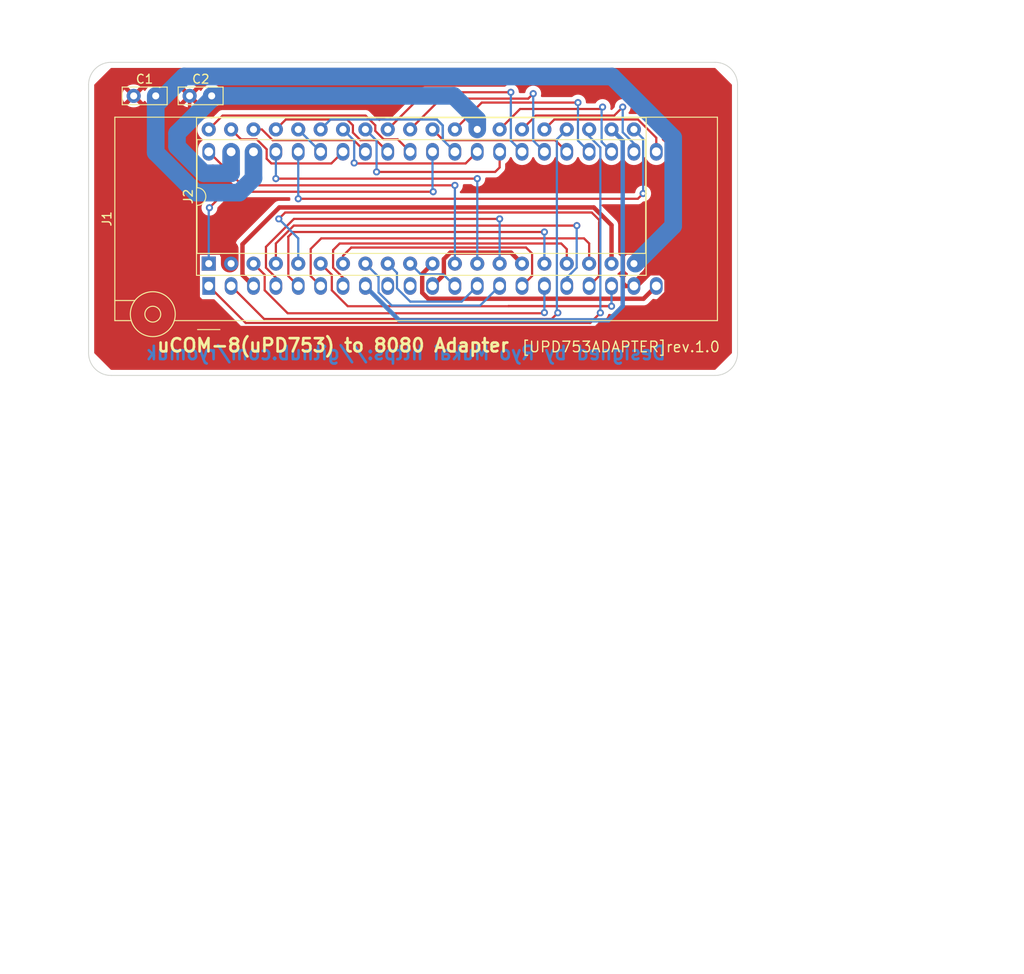
<source format=kicad_pcb>
(kicad_pcb (version 20240108) (generator "pcbnew") (generator_version "8.0")
  (layers (0 "F.Cu" signal) (31 "B.Cu" signal) (34 "B.Paste" user) (35 "F.Paste" user) (36 "B.SilkS" user "B.Silkscreen") (37 "F.SilkS" user "F.Silkscreen") (38 "B.Mask" user) (39 "F.Mask" user) (44 "Edge.Cuts" user))
  (net 0 "")
  (net 1 "GND")
  (net 2 "+5V")
  (net 3 "+12V")
  (net 6 "-5V")
  (net 7 "WAIT")
  (net 8 "A11")
  (net 9 "D4")
  (net 10 "A1")
  (net 11 "D2")
  (net 12 "INT")
  (net 13 "INTE")
  (net 14 "A0")
  (net 15 "D7")
  (net 16 "A12")
  (net 17 "A2")
  (net 18 "A15")
  (net 19 "RESET")
  (net 20 "SYNC")
  (net 21 "A5")
  (net 22 "WR_n")
  (net 23 "A3")
  (net 24 "D5")
  (net 25 "HLDA")
  (net 26 "HOLD")
  (net 27 "D3")
  (net 28 "A8")
  (net 29 "A7")
  (net 30 "A13")
  (net 31 "A14")
  (net 32 "A10")
  (net 33 "D1")
  (net 34 "CLK1")
  (net 35 "DBIN")
  (net 36 "CLK2")
  (net 37 "A4")
  (net 38 "D0")
  (net 39 "A9")
  (net 40 "A6")
  (net 41 "D6")
  (net 42 "READY")
  (footprint "000_MyFootprint:DIP_Socket-42_W11.9_W12.7_W15.24_W17.78_W18.5_3M_242-1281-00-0602J" (layer "F.Cu") (at 13.638 25.4 90)
    (property "Reference" "J1" (at 7.62 -11.56 90) (layer "F.SilkS"))
    (property "Value" "uPD753")
    (fp_line (start 19.17 -10.66) (end -3.93 -10.66) (stroke (width 0.12)) (layer "F.SilkS"))
    (fp_line (start -1.65 -10.66) (end -1.65 -8.4) (stroke (width 0.12)) (layer "F.SilkS"))
    (fp_line (start -3.93 -10.66) (end -3.93 -8.8) (stroke (width 0.12)) (layer "F.SilkS"))
    (fp_line (start -3.93 -3.9) (end -3.93 57.74) (stroke (width 0.12)) (layer "F.SilkS"))
    (fp_line (start -4.95 1.27) (end -4.95 -1.27) (stroke (width 0.12)) (layer "F.SilkS"))
    (fp_line (start 19.17 57.74) (end 19.17 -10.66) (stroke (width 0.12)) (layer "F.SilkS"))
    (fp_line (start -3.93 57.74) (end 19.17 57.74) (stroke (width 0.12)) (layer "F.SilkS"))
    (fp_circle (center -3.2 -6.35) (end -0.65 -6.35) (stroke (width 0.12)) (fill none) (layer "F.SilkS"))
    (fp_circle (center -3.2 -6.35) (end -2.3 -6.35) (stroke (width 0.12)) (fill none) (layer "F.SilkS"))
    (pad "1" thru_hole rect (at 0 0 90) (size 2 1.44) (drill 1) (layers "*.Cu" "*.Mask") (net 42 "READY"))
    (pad "2" thru_hole oval (at 0 2.54 90) (size 2 1.44) (drill 1) (layers "*.Cu" "*.Mask") (net 7 "WAIT"))
    (pad "3" thru_hole oval (at 0 5.08 90) (size 2 1.44) (drill 1) (layers "*.Cu" "*.Mask") (net 20 "SYNC"))
    (pad "4" thru_hole oval (at 0 7.62 90) (size 2 1.44) (drill 1) (layers "*.Cu" "*.Mask") (net 12 "INT"))
    (pad "5" thru_hole oval (at 0 10.16 90) (size 2 1.44) (drill 1) (layers "*.Cu" "*.Mask") (net 13 "INTE"))
    (pad "6" thru_hole oval (at 0 12.7 90) (size 2 1.44) (drill 1) (layers "*.Cu" "*.Mask") (net 22 "WR_n"))
    (pad "7" thru_hole oval (at 0 15.24 90) (size 2 1.44) (drill 1) (layers "*.Cu" "*.Mask") (net 35 "DBIN"))
    (pad "8" thru_hole oval (at 0 17.78 90) (size 2 1.44) (drill 1) (layers "*.Cu" "*.Mask") (net 34 "CLK1"))
    (pad "9" thru_hole oval (at 0 20.32 90) (size 2 1.44) (drill 1) (layers "*.Cu" "*.Mask"))
    (pad "10" thru_hole oval (at 0 22.86 90) (size 2 1.44) (drill 1) (layers "*.Cu" "*.Mask"))
    (pad "11" thru_hole oval (at 0 25.4 90) (size 2 1.44) (drill 1) (layers "*.Cu" "*.Mask") (net 36 "CLK2"))
    (pad "12" thru_hole oval (at 0 27.94 90) (size 2 1.44) (drill 1) (layers "*.Cu" "*.Mask") (net 38 "D0"))
    (pad "13" thru_hole oval (at 0 30.48 90) (size 2 1.44) (drill 1) (layers "*.Cu" "*.Mask") (net 33 "D1"))
    (pad "14" thru_hole oval (at 0 33.02 90) (size 2 1.44) (drill 1) (layers "*.Cu" "*.Mask") (net 11 "D2"))
    (pad "15" thru_hole oval (at 0 35.56 90) (size 2 1.44) (drill 1) (layers "*.Cu" "*.Mask") (net 27 "D3"))
    (pad "16" thru_hole oval (at 0 38.1 90) (size 2 1.44) (drill 1) (layers "*.Cu" "*.Mask") (net 9 "D4"))
    (pad "17" thru_hole oval (at 0 40.64 90) (size 2 1.44) (drill 1) (layers "*.Cu" "*.Mask") (net 24 "D5"))
    (pad "18" thru_hole oval (at 0 43.18 90) (size 2 1.44) (drill 1) (layers "*.Cu" "*.Mask") (net 41 "D6"))
    (pad "19" thru_hole oval (at 0 45.72 90) (size 2 1.44) (drill 1) (layers "*.Cu" "*.Mask") (net 15 "D7"))
    (pad "20" thru_hole oval (at 0 48.26 90) (size 2 1.44) (drill 1) (layers "*.Cu" "*.Mask") (net 1 "GND"))
    (pad "21" thru_hole oval (at 0 50.8 90) (size 2 1.44) (drill 1) (layers "*.Cu" "*.Mask") (net 6 "-5V"))
    (pad "22" thru_hole oval (at 15.24 50.8 90) (size 2 1.44) (drill 1) (layers "*.Cu" "*.Mask") (net 14 "A0"))
    (pad "23" thru_hole oval (at 15.24 48.26 90) (size 2 1.44) (drill 1) (layers "*.Cu" "*.Mask") (net 10 "A1"))
    (pad "24" thru_hole oval (at 15.24 45.72 90) (size 2 1.44) (drill 1) (layers "*.Cu" "*.Mask") (net 17 "A2"))
    (pad "25" thru_hole oval (at 15.24 43.18 90) (size 2 1.44) (drill 1) (layers "*.Cu" "*.Mask") (net 23 "A3"))
    (pad "26" thru_hole oval (at 15.24 40.64 90) (size 2 1.44) (drill 1) (layers "*.Cu" "*.Mask") (net 37 "A4"))
    (pad "27" thru_hole oval (at 15.24 38.1 90) (size 2 1.44) (drill 1) (layers "*.Cu" "*.Mask") (net 21 "A5"))
    (pad "28" thru_hole oval (at 15.24 35.56 90) (size 2 1.44) (drill 1) (layers "*.Cu" "*.Mask") (net 40 "A6"))
    (pad "29" thru_hole oval (at 15.24 33.02 90) (size 2 1.44) (drill 1) (layers "*.Cu" "*.Mask") (net 29 "A7"))
    (pad "30" thru_hole oval (at 15.24 30.48 90) (size 2 1.44) (drill 1) (layers "*.Cu" "*.Mask") (net 28 "A8"))
    (pad "31" thru_hole oval (at 15.24 27.94 90) (size 2 1.44) (drill 1) (layers "*.Cu" "*.Mask") (net 39 "A9"))
    (pad "32" thru_hole oval (at 15.24 25.4 90) (size 2 1.44) (drill 1) (layers "*.Cu" "*.Mask") (net 32 "A10"))
    (pad "33" thru_hole oval (at 15.24 22.86 90) (size 2 1.44) (drill 1) (layers "*.Cu" "*.Mask") (net 8 "A11"))
    (pad "34" thru_hole oval (at 15.24 20.32 90) (size 2 1.44) (drill 1) (layers "*.Cu" "*.Mask") (net 16 "A12"))
    (pad "35" thru_hole oval (at 15.24 17.78 90) (size 2 1.44) (drill 1) (layers "*.Cu" "*.Mask") (net 30 "A13"))
    (pad "36" thru_hole oval (at 15.24 15.24 90) (size 2 1.44) (drill 1) (layers "*.Cu" "*.Mask") (net 31 "A14"))
    (pad "37" thru_hole oval (at 15.24 12.7 90) (size 2 1.44) (drill 1) (layers "*.Cu" "*.Mask") (net 18 "A15"))
    (pad "38" thru_hole oval (at 15.24 10.16 90) (size 2 1.44) (drill 1) (layers "*.Cu" "*.Mask") (net 25 "HLDA"))
    (pad "39" thru_hole oval (at 15.24 7.62 90) (size 2 1.44) (drill 1) (layers "*.Cu" "*.Mask") (net 26 "HOLD"))
    (pad "40" thru_hole oval (at 15.24 5.08 90) (size 2 1.44) (drill 1) (layers "*.Cu" "*.Mask") (net 2 "+5V"))
    (pad "41" thru_hole oval (at 15.24 2.54 90) (size 2 1.44) (drill 1) (layers "*.Cu" "*.Mask") (net 3 "+12V"))
    (pad "42" thru_hole oval (at 15.24 0 90) (size 2 1.44) (drill 1) (layers "*.Cu" "*.Mask") (net 19 "RESET"))
  )
  (footprint "000_MyFootprint:C_Disc_D5.0mm_W2.5mm_P2.50mm" (layer "F.Cu") (at 13.97 3.81 180)
    (property "Reference" "C2" (at 1.23 1.905 0) (layer "F.SilkS"))
    (property "Value" "0.1uF")
    (fp_line (start 3.8 -1) (end 3.8 1) (stroke (width 0.12)) (layer "F.SilkS"))
    (fp_line (start -1.3 1) (end 3.8 1) (stroke (width 0.12)) (layer "F.SilkS"))
    (fp_line (start -1.3 -1) (end 3.8 -1) (stroke (width 0.12)) (layer "F.SilkS"))
    (fp_line (start -1.3 -1) (end -1.3 1) (stroke (width 0.12)) (layer "F.SilkS"))
    (pad "1" thru_hole circle (at 0 0 180) (size 1.6 1.6) (drill 0.8) (layers "*.Cu" "*.Mask") (net 3 "+12V"))
    (pad "2" thru_hole circle (at 2.5 0 180) (size 1.6 1.6) (drill 0.8) (layers "*.Cu" "*.Mask") (net 1 "GND"))
  )
  (footprint "000_MyFootprint:DIP-40_W15.24mm_Socket" (layer "F.Cu") (at 13.638 22.86 90)
    (property "Reference" "J2" (at 7.62 -2.33 90) (layer "F.SilkS"))
    (property "Value" "8080")
    (fp_line (start 16.57 -1.39) (end -1.33 -1.39) (stroke (width 0.12)) (layer "F.SilkS"))
    (fp_line (start -1.33 -1.39) (end -1.33 49.65) (stroke (width 0.12)) (layer "F.SilkS"))
    (fp_line (start 14.08 -1.33) (end 8.62 -1.33) (stroke (width 0.12)) (layer "F.SilkS"))
    (fp_line (start 6.62 -1.33) (end 1.16 -1.33) (stroke (width 0.12)) (layer "F.SilkS"))
    (fp_line (start 1.16 -1.33) (end 1.16 49.59) (stroke (width 0.12)) (layer "F.SilkS"))
    (fp_line (start 14.08 49.59) (end 14.08 -1.33) (stroke (width 0.12)) (layer "F.SilkS"))
    (fp_line (start 1.16 49.59) (end 14.08 49.59) (stroke (width 0.12)) (layer "F.SilkS"))
    (fp_line (start 16.57 49.65) (end 16.57 -1.39) (stroke (width 0.12)) (layer "F.SilkS"))
    (fp_line (start -1.33 49.65) (end 16.57 49.65) (stroke (width 0.12)) (layer "F.SilkS"))
    (fp_arc (start 8.62 -1.33) (mid 7.62 -0.33) (end 6.62 -1.33) (stroke (width 0.12)) (layer "F.SilkS"))
    (pad "1" thru_hole rect (at 0 0 90) (size 1.6 1.6) (drill 0.8) (layers "*.Cu" "*.Mask") (net 32 "A10"))
    (pad "2" thru_hole oval (at 0 2.54 90) (size 1.6 1.6) (drill 0.8) (layers "*.Cu" "*.Mask") (net 1 "GND"))
    (pad "3" thru_hole oval (at 0 5.08 90) (size 1.6 1.6) (drill 0.8) (layers "*.Cu" "*.Mask") (net 9 "D4"))
    (pad "4" thru_hole oval (at 0 7.62 90) (size 1.6 1.6) (drill 0.8) (layers "*.Cu" "*.Mask") (net 24 "D5"))
    (pad "5" thru_hole oval (at 0 10.16 90) (size 1.6 1.6) (drill 0.8) (layers "*.Cu" "*.Mask") (net 41 "D6"))
    (pad "6" thru_hole oval (at 0 12.7 90) (size 1.6 1.6) (drill 0.8) (layers "*.Cu" "*.Mask") (net 15 "D7"))
    (pad "7" thru_hole oval (at 0 15.24 90) (size 1.6 1.6) (drill 0.8) (layers "*.Cu" "*.Mask") (net 27 "D3"))
    (pad "8" thru_hole oval (at 0 17.78 90) (size 1.6 1.6) (drill 0.8) (layers "*.Cu" "*.Mask") (net 11 "D2"))
    (pad "9" thru_hole oval (at 0 20.32 90) (size 1.6 1.6) (drill 0.8) (layers "*.Cu" "*.Mask") (net 33 "D1"))
    (pad "10" thru_hole oval (at 0 22.86 90) (size 1.6 1.6) (drill 0.8) (layers "*.Cu" "*.Mask") (net 38 "D0"))
    (pad "11" thru_hole oval (at 0 25.4 90) (size 1.6 1.6) (drill 0.8) (layers "*.Cu" "*.Mask") (net 6 "-5V"))
    (pad "12" thru_hole oval (at 0 27.94 90) (size 1.6 1.6) (drill 0.8) (layers "*.Cu" "*.Mask") (net 19 "RESET"))
    (pad "13" thru_hole oval (at 0 30.48 90) (size 1.6 1.6) (drill 0.8) (layers "*.Cu" "*.Mask") (net 26 "HOLD"))
    (pad "14" thru_hole oval (at 0 33.02 90) (size 1.6 1.6) (drill 0.8) (layers "*.Cu" "*.Mask") (net 12 "INT"))
    (pad "15" thru_hole oval (at 0 35.56 90) (size 1.6 1.6) (drill 0.8) (layers "*.Cu" "*.Mask") (net 36 "CLK2"))
    (pad "16" thru_hole oval (at 0 38.1 90) (size 1.6 1.6) (drill 0.8) (layers "*.Cu" "*.Mask") (net 13 "INTE"))
    (pad "17" thru_hole oval (at 0 40.64 90) (size 1.6 1.6) (drill 0.8) (layers "*.Cu" "*.Mask") (net 35 "DBIN"))
    (pad "18" thru_hole oval (at 0 43.18 90) (size 1.6 1.6) (drill 0.8) (layers "*.Cu" "*.Mask") (net 22 "WR_n"))
    (pad "19" thru_hole oval (at 0 45.72 90) (size 1.6 1.6) (drill 0.8) (layers "*.Cu" "*.Mask") (net 20 "SYNC"))
    (pad "20" thru_hole oval (at 0 48.26 90) (size 1.6 1.6) (drill 0.8) (layers "*.Cu" "*.Mask") (net 2 "+5V"))
    (pad "21" thru_hole oval (at 15.24 48.26 90) (size 1.6 1.6) (drill 0.8) (layers "*.Cu" "*.Mask") (net 25 "HLDA"))
    (pad "22" thru_hole oval (at 15.24 45.72 90) (size 1.6 1.6) (drill 0.8) (layers "*.Cu" "*.Mask") (net 34 "CLK1"))
    (pad "23" thru_hole oval (at 15.24 43.18 90) (size 1.6 1.6) (drill 0.8) (layers "*.Cu" "*.Mask") (net 42 "READY"))
    (pad "24" thru_hole oval (at 15.24 40.64 90) (size 1.6 1.6) (drill 0.8) (layers "*.Cu" "*.Mask") (net 7 "WAIT"))
    (pad "25" thru_hole oval (at 15.24 38.1 90) (size 1.6 1.6) (drill 0.8) (layers "*.Cu" "*.Mask") (net 14 "A0"))
    (pad "26" thru_hole oval (at 15.24 35.56 90) (size 1.6 1.6) (drill 0.8) (layers "*.Cu" "*.Mask") (net 10 "A1"))
    (pad "27" thru_hole oval (at 15.24 33.02 90) (size 1.6 1.6) (drill 0.8) (layers "*.Cu" "*.Mask") (net 17 "A2"))
    (pad "28" thru_hole oval (at 15.24 30.48 90) (size 1.6 1.6) (drill 0.8) (layers "*.Cu" "*.Mask") (net 3 "+12V"))
    (pad "29" thru_hole oval (at 15.24 27.94 90) (size 1.6 1.6) (drill 0.8) (layers "*.Cu" "*.Mask") (net 23 "A3"))
    (pad "30" thru_hole oval (at 15.24 25.4 90) (size 1.6 1.6) (drill 0.8) (layers "*.Cu" "*.Mask") (net 37 "A4"))
    (pad "31" thru_hole oval (at 15.24 22.86 90) (size 1.6 1.6) (drill 0.8) (layers "*.Cu" "*.Mask") (net 21 "A5"))
    (pad "32" thru_hole oval (at 15.24 20.32 90) (size 1.6 1.6) (drill 0.8) (layers "*.Cu" "*.Mask") (net 40 "A6"))
    (pad "33" thru_hole oval (at 15.24 17.78 90) (size 1.6 1.6) (drill 0.8) (layers "*.Cu" "*.Mask") (net 29 "A7"))
    (pad "34" thru_hole oval (at 15.24 15.24 90) (size 1.6 1.6) (drill 0.8) (layers "*.Cu" "*.Mask") (net 28 "A8"))
    (pad "35" thru_hole oval (at 15.24 12.7 90) (size 1.6 1.6) (drill 0.8) (layers "*.Cu" "*.Mask") (net 39 "A9"))
    (pad "36" thru_hole oval (at 15.24 10.16 90) (size 1.6 1.6) (drill 0.8) (layers "*.Cu" "*.Mask") (net 18 "A15"))
    (pad "37" thru_hole oval (at 15.24 7.62 90) (size 1.6 1.6) (drill 0.8) (layers "*.Cu" "*.Mask") (net 16 "A12"))
    (pad "38" thru_hole oval (at 15.24 5.08 90) (size 1.6 1.6) (drill 0.8) (layers "*.Cu" "*.Mask") (net 30 "A13"))
    (pad "39" thru_hole oval (at 15.24 2.54 90) (size 1.6 1.6) (drill 0.8) (layers "*.Cu" "*.Mask") (net 31 "A14"))
    (pad "40" thru_hole oval (at 15.24 0 90) (size 1.6 1.6) (drill 0.8) (layers "*.Cu" "*.Mask") (net 8 "A11"))
  )
  (footprint "000_MyFootprint:C_Disc_D5.0mm_W2.5mm_P2.50mm" (layer "F.Cu") (at 7.62 3.81 180)
    (property "Reference" "C1" (at 1.27 1.905 0) (layer "F.SilkS"))
    (property "Value" "0.1uF")
    (fp_line (start 3.8 -1) (end 3.8 1) (stroke (width 0.12)) (layer "F.SilkS"))
    (fp_line (start -1.3 1) (end 3.8 1) (stroke (width 0.12)) (layer "F.SilkS"))
    (fp_line (start -1.3 -1) (end 3.8 -1) (stroke (width 0.12)) (layer "F.SilkS"))
    (fp_line (start -1.3 -1) (end -1.3 1) (stroke (width 0.12)) (layer "F.SilkS"))
    (pad "1" thru_hole circle (at 0 0 180) (size 1.6 1.6) (drill 0.8) (layers "*.Cu" "*.Mask") (net 2 "+5V"))
    (pad "2" thru_hole circle (at 2.5 0 180) (size 1.6 1.6) (drill 0.8) (layers "*.Cu" "*.Mask") (net 1 "GND"))
  )
  (gr_line (start 2.54 0) (end 71.12 0) (stroke (width 0.1)) (layer "Edge.Cuts"))
  (gr_arc (start 2.54 35.56) (mid 0.743948 34.816052) (end 0 33.02) (stroke (width 0.1)) (layer "Edge.Cuts"))
  (gr_arc (start 71.12 0) (mid 72.916051 0.743949) (end 73.66 2.54) (stroke (width 0.1)) (layer "Edge.Cuts"))
  (gr_arc (start 0 2.54) (mid 0.743949 0.743949) (end 2.54 0) (stroke (width 0.1)) (layer "Edge.Cuts"))
  (gr_line (start 73.66 33.02) (end 73.66 2.54) (stroke (width 0.1)) (layer "Edge.Cuts"))
  (gr_line (start 0 33.02) (end 0 2.54) (stroke (width 0.1)) (layer "Edge.Cuts"))
  (gr_arc (start 73.66 33.02) (mid 72.916051 34.816051) (end 71.12 35.56) (stroke (width 0.1)) (layer "Edge.Cuts"))
  (gr_line (start 71.12 35.56) (end 2.54 35.56) (stroke (width 0.1)) (layer "Edge.Cuts"))
  (gr_text "Designed by Ryo Mukai https://github.com/ryomuk" (at 6.35 33.02 0) (layer "B.Cu") (effects (font (size 1.5 1.5) (thickness 0.3) (bold yes)) (justify right mirror)))
  (gr_text "uCOM-8(uPD753) to 8080 Adapter" (at 7.62 33.02 0) (layer "F.SilkS") (effects (font (size 1.5 1.5) (thickness 0.3) (bold yes)) (justify left bottom)))
  (gr_text "[UPD753ADAPTER]rev.1.0" (at 71.755 33.02 0) (layer "F.SilkS") (effects (font (size 1.2 1.2)) (justify right bottom)))
  (segment (start 11.494 20.86) (end 15.638 20.86) (width 2) (layer "F.Cu") (net 1))
  (segment (start 60.96 21.59) (end 62.395767 21.59) (width 0.5) (layer "F.Cu") (net 1))
  (segment (start 63.598 23.7) (end 65.026183 23.7) (width 1) (layer "F.Cu") (net 1))
  (segment (start 6.32 2.61) (end 10.27 2.61) (width 0.4) (layer "F.Cu") (net 1))
  (segment (start 63.298 24) (end 61.898 25.4) (width 0.4) (layer "F.Cu") (net 1))
  (segment (start 15.638 20.86) (end 16.018 21.24) (width 2) (layer "F.Cu") (net 1))
  (segment (start 16.018 21.24) (end 16.018 22.86) (width 2) (layer "F.Cu") (net 1))
  (segment (start 5.12 3.81) (end 6.32 2.61) (width 0.4) (layer "F.Cu") (net 1))
  (segment (start 65.558 26.143919) (end 65.558 24.656081) (width 0.4) (layer "F.Cu") (net 1))
  (segment (start 60.96 25.4) (end 60.648 25.088) (width 0.5) (layer "F.Cu") (net 1))
  (segment (start 65.858 24.531817) (end 65.858 26.268183) (width 1) (layer "F.Cu") (net 1))
  (segment (start 65.858 26.268183) (end 65.770132 26.356051) (width 1) (layer "F.Cu") (net 1))
  (segment (start 64.901919 24) (end 63.298 24) (width 0.4) (layer "F.Cu") (net 1))
  (segment (start 63.598 22.792233) (end 63.598 23.7) (width 0.5) (layer "F.Cu") (net 1))
  (segment (start 61.576919 30.125) (end 65.558 26.143919) (width 0.4) (layer "F.Cu") (net 1))
  (segment (start 65.558 24.656081) (end 64.901919 24) (width 0.4) (layer "F.Cu") (net 1))
  (segment (start 12.438 26.72) (end 15.843 30.125) (width 0.4) (layer "F.Cu") (net 1))
  (segment (start 60.648 21.902) (end 60.96 21.59) (width 0.5) (layer "F.Cu") (net 1))
  (segment (start 65.026183 23.7) (end 65.858 24.531817) (width 1) (layer "F.Cu") (net 1))
  (segment (start 61.898 25.4) (end 60.96 25.4) (width 0.5) (layer "F.Cu") (net 1))
  (segment (start 11.47 3.81) (end 11.47 20.884) (width 0.4) (layer "F.Cu") (net 1))
  (segment (start 15.843 30.125) (end 61.576919 30.125) (width 0.4) (layer "F.Cu") (net 1))
  (segment (start 61.898 25.4) (end 63.598 23.7) (width 1) (layer "F.Cu") (net 1))
  (segment (start 60.648 25.088) (end 60.648 21.902) (width 0.5) (layer "F.Cu") (net 1))
  (segment (start 11.47 20.884) (end 12.438 21.852) (width 0.4) (layer "F.Cu") (net 1))
  (segment (start 10.27 2.61) (end 11.47 3.81) (width 0.4) (layer "F.Cu") (net 1))
  (segment (start 11.47 20.884) (end 11.494 20.86) (width 2) (layer "F.Cu") (net 1))
  (segment (start 62.395767 21.59) (end 63.598 22.792233) (width 0.5) (layer "F.Cu") (net 1))
  (segment (start 12.438 21.852) (end 12.438 26.72) (width 0.4) (layer "F.Cu") (net 1))
  (segment (start 18.718 10.16) (end 18.718 13.17127) (width 2) (layer "B.Cu") (net 2))
  (segment (start 59.420742 1.61) (end 10.841572 1.61) (width 2) (layer "B.Cu") (net 2))
  (segment (start 7.62 10.24856) (end 7.62 4.831572) (width 2) (layer "B.Cu") (net 2))
  (segment (start 62.078 22.86) (end 66.358 18.58) (width 2) (layer "B.Cu") (net 2))
  (segment (start 7.62 10.24856) (end 7.62 3.81) (width 2) (layer "B.Cu") (net 2))
  (segment (start 18.718 13.17127) (end 17.08927 14.8) (width 2) (layer "B.Cu") (net 2))
  (segment (start 66.358 8.547258) (end 59.420742 1.61) (width 2) (layer "B.Cu") (net 2))
  (segment (start 7.62 4.831572) (end 10.841572 1.61) (width 2) (layer "B.Cu") (net 2))
  (segment (start 12.17144 14.8) (end 7.62 10.24856) (width 2) (layer "B.Cu") (net 2))
  (segment (start 66.358 18.58) (end 66.358 8.547258) (width 2) (layer "B.Cu") (net 2))
  (segment (start 17.08927 14.8) (end 12.17144 14.8) (width 2) (layer "B.Cu") (net 2))
  (segment (start 41.43937 3.81) (end 44.118 6.48863) (width 2) (layer "B.Cu") (net 3))
  (segment (start 13.08271 12.6) (end 10.035786 9.553076) (width 2) (layer "B.Cu") (net 3))
  (segment (start 16.178 10.16) (end 16.178 12.6) (width 2) (layer "B.Cu") (net 3))
  (segment (start 13.97 4.138428) (end 13.97 3.81) (width 2) (layer "B.Cu") (net 3))
  (segment (start 44.118 6.48863) (end 44.118 7.62) (width 2) (layer "B.Cu") (net 3))
  (segment (start 13.97 3.81) (end 41.43937 3.81) (width 2) (layer "B.Cu") (net 3))
  (segment (start 10.035786 8.072642) (end 13.97 4.138428) (width 2) (layer "B.Cu") (net 3))
  (segment (start 16.178 12.6) (end 13.08271 12.6) (width 2) (layer "B.Cu") (net 3))
  (segment (start 10.035786 9.553076) (end 10.035786 8.072642) (width 2) (layer "B.Cu") (net 3))
  (segment (start 38.55337 26.85) (end 62.988 26.85) (width 0.5) (layer "F.Cu") (net 6))
  (segment (start 37.868 26.16463) (end 38.55337 26.85) (width 0.5) (layer "F.Cu") (net 6))
  (segment (start 39.038 22.86) (end 37.868 24.03) (width 0.5) (layer "F.Cu") (net 6))
  (segment (start 62.988 26.85) (end 64.438 25.4) (width 0.5) (layer "F.Cu") (net 6))
  (segment (start 37.868 24.03) (end 37.868 26.16463) (width 0.5) (layer "F.Cu") (net 6))
  (segment (start 16.178 25.4) (end 19.928 29.15) (width 0.25) (layer "F.Cu") (net 7))
  (segment (start 52.56 29.15) (end 19.928 29.15) (width 0.25) (layer "F.Cu") (net 7))
  (segment (start 53.262 28.448) (end 52.56 29.15) (width 0.25) (layer "F.Cu") (net 7))
  (via (at 53.262 28.448) (size 0.8) (drill 0.4) (layers "F.Cu" "B.Cu") (net 7))
  (segment (start 53.153 28.339) (end 53.262 28.448) (width 0.25) (layer "B.Cu") (net 7))
  (segment (start 54.278 7.62) (end 53.153 8.745) (width 0.25) (layer "B.Cu") (net 7))
  (segment (start 53.153 8.745) (end 53.153 28.339) (width 0.25) (layer "B.Cu") (net 7))
  (segment (start 31.433991 6.045) (end 15.213 6.045) (width 0.25) (layer "F.Cu") (net 8))
  (segment (start 32.543 7.154009) (end 32.543 7.795991) (width 0.25) (layer "F.Cu") (net 8))
  (segment (start 35.083 8.745) (end 36.498 10.16) (width 0.25) (layer "F.Cu") (net 8))
  (segment (start 32.543 7.795991) (end 33.492009 8.745) (width 0.25) (layer "F.Cu") (net 8))
  (segment (start 33.492009 8.745) (end 35.083 8.745) (width 0.25) (layer "F.Cu") (net 8))
  (segment (start 15.213 6.045) (end 13.638 7.62) (width 0.25) (layer "F.Cu") (net 8))
  (segment (start 32.543 7.154009) (end 31.433991 6.045) (width 0.25) (layer "F.Cu") (net 8))
  (segment (start 51.738 28.425) (end 51.663 28.5) (width 0.25) (layer "F.Cu") (net 9))
  (segment (start 19.988 25.887853) (end 22.600146 28.5) (width 0.25) (layer "F.Cu") (net 9))
  (segment (start 19.988 24.13) (end 18.718 22.86) (width 0.25) (layer "F.Cu") (net 9))
  (segment (start 51.663 28.5) (end 22.600146 28.5) (width 0.25) (layer "F.Cu") (net 9))
  (segment (start 19.988 25.887853) (end 19.988 24.13) (width 0.25) (layer "F.Cu") (net 9))
  (via (at 51.738 28.425) (size 0.8) (drill 0.4) (layers "F.Cu" "B.Cu") (net 9))
  (segment (start 51.738 25.4) (end 51.738 28.425) (width 0.25) (layer "B.Cu") (net 9))
  (segment (start 49.198 7.62) (end 50.773 6.045) (width 0.25) (layer "F.Cu") (net 10))
  (segment (start 50.773 6.045) (end 59.663 6.045) (width 0.25) (layer "F.Cu") (net 10))
  (segment (start 59.663 6.045) (end 60.628 5.08) (width 0.25) (layer "F.Cu") (net 10))
  (via (at 60.628 5.08) (size 0.8) (drill 0.4) (layers "F.Cu" "B.Cu") (net 10))
  (segment (start 61.898 9.210991) (end 60.628 7.940991) (width 0.25) (layer "B.Cu") (net 10))
  (segment (start 60.628 7.940991) (end 60.628 5.08) (width 0.25) (layer "B.Cu") (net 10))
  (segment (start 61.898 10.16) (end 61.898 9.210991) (width 0.25) (layer "B.Cu") (net 10))
  (segment (start 32.913 24.355) (end 32.913 26.133) (width 0.25) (layer "B.Cu") (net 11))
  (segment (start 31.418 22.86) (end 32.913 24.355) (width 0.25) (layer "B.Cu") (net 11))
  (segment (start 34.405 27.625) (end 44.433 27.625) (width 0.25) (layer "B.Cu") (net 11))
  (segment (start 32.913 26.133) (end 34.405 27.625) (width 0.25) (layer "B.Cu") (net 11))
  (segment (start 44.433 27.625) (end 46.658 25.4) (width 0.25) (layer "B.Cu") (net 11))
  (segment (start 20.133 20.955) (end 23.308 17.78) (width 0.25) (layer "F.Cu") (net 12))
  (segment (start 21.258 24.450991) (end 20.133 23.325991) (width 0.25) (layer "F.Cu") (net 12))
  (segment (start 23.308 17.78) (end 46.658 17.78) (width 0.25) (layer "F.Cu") (net 12))
  (segment (start 20.133 23.325991) (end 20.133 20.955) (width 0.25) (layer "F.Cu") (net 12))
  (segment (start 21.258 25.4) (end 21.258 24.450991) (width 0.25) (layer "F.Cu") (net 12))
  (via (at 46.658 17.78) (size 0.8) (drill 0.4) (layers "F.Cu" "B.Cu") (net 12))
  (segment (start 46.658 17.78) (end 46.658 22.86) (width 0.25) (layer "B.Cu") (net 12))
  (segment (start 22.673 19.83) (end 22.673 24.275) (width 0.25) (layer "F.Cu") (net 13))
  (segment (start 23.2 19.267) (end 22.655 19.812) (width 0.25) (layer "F.Cu") (net 13))
  (segment (start 22.655 19.812) (end 22.673 19.83) (width 0.25) (layer "F.Cu") (net 13))
  (segment (start 23.798 25.4) (end 22.673 24.275) (width 0.25) (layer "F.Cu") (net 13))
  (segment (start 51.738 19.267) (end 23.2 19.267) (width 0.25) (layer "F.Cu") (net 13))
  (via (at 51.738 19.267) (size 0.8) (drill 0.4) (layers "F.Cu" "B.Cu") (net 13))
  (segment (start 51.738 22.86) (end 51.738 19.267) (width 0.25) (layer "B.Cu") (net 13))
  (segment (start 64.438 10.16) (end 64.438 8.569009) (width 0.25) (layer "F.Cu") (net 14))
  (segment (start 62.363991 6.495) (end 52.863 6.495) (width 0.25) (layer "F.Cu") (net 14))
  (segment (start 64.438 8.569009) (end 62.363991 6.495) (width 0.25) (layer "F.Cu") (net 14))
  (segment (start 52.863 6.495) (end 51.738 7.62) (width 0.25) (layer "F.Cu") (net 14))
  (segment (start 59.358 27.7) (end 51.611 27.7) (width 0.25) (layer "F.Cu") (net 15))
  (segment (start 26.338 22.86) (end 27.608 24.13) (width 0.25) (layer "F.Cu") (net 15))
  (segment (start 27.608 25.887853) (end 29.420148 27.7) (width 0.25) (layer "F.Cu") (net 15))
  (segment (start 47.674 27.709305) (end 47.674 27.686) (width 0.25) (layer "F.Cu") (net 15))
  (segment (start 51.597 27.686) (end 51.611 27.7) (width 0.25) (layer "F.Cu") (net 15))
  (segment (start 29.420148 27.7) (end 59.358 27.7) (width 0.25) (layer "F.Cu") (net 15))
  (segment (start 27.608 24.13) (end 27.608 25.887853) (width 0.25) (layer "F.Cu") (net 15))
  (segment (start 47.674 27.686) (end 51.597 27.686) (width 0.25) (layer "F.Cu") (net 15))
  (via (at 59.358 27.7) (size 0.8) (drill 0.4) (layers "F.Cu" "B.Cu") (net 15))
  (segment (start 59.358 25.4) (end 59.358 27.7) (width 0.25) (layer "B.Cu") (net 15))
  (segment (start 32.633 8.835) (end 30.855 8.835) (width 0.25) (layer "F.Cu") (net 16))
  (segment (start 22.383 6.495) (end 21.258 7.62) (width 0.25) (layer "F.Cu") (net 16))
  (segment (start 30.003 7.154009) (end 29.343991 6.495) (width 0.25) (layer "F.Cu") (net 16))
  (segment (start 22.383 6.495) (end 29.343991 6.495) (width 0.25) (layer "F.Cu") (net 16))
  (segment (start 30.855 8.835) (end 30.003 7.983) (width 0.25) (layer "F.Cu") (net 16))
  (segment (start 33.958 10.16) (end 32.633 8.835) (width 0.25) (layer "F.Cu") (net 16))
  (segment (start 30.003 7.983) (end 30.003 7.154009) (width 0.25) (layer "F.Cu") (net 16))
  (segment (start 46.658 7.62) (end 48.981 5.297) (width 0.25) (layer "F.Cu") (net 17))
  (segment (start 58.125 5.297) (end 48.981 5.297) (width 0.25) (layer "F.Cu") (net 17))
  (segment (start 58.342 5.08) (end 58.125 5.297) (width 0.25) (layer "F.Cu") (net 17))
  (via (at 58.342 5.08) (size 0.8) (drill 0.4) (layers "F.Cu" "B.Cu") (net 17))
  (segment (start 58.233 5.189) (end 58.342 5.08) (width 0.25) (layer "B.Cu") (net 17))
  (segment (start 59.358 10.16) (end 58.233 9.035) (width 0.25) (layer "B.Cu") (net 17))
  (segment (start 58.233 9.035) (end 58.233 5.189) (width 0.25) (layer "B.Cu") (net 17))
  (segment (start 23.798 7.62) (end 26.338 10.16) (width 0.25) (layer "B.Cu") (net 18))
  (segment (start 13.638 10.16) (end 17.448 13.97) (width 0.25) (layer "F.Cu") (net 19))
  (segment (start 41.578 13.97) (end 17.448 13.97) (width 0.25) (layer "F.Cu") (net 19))
  (via (at 41.578 13.97) (size 0.8) (drill 0.4) (layers "F.Cu" "B.Cu") (net 19))
  (segment (start 41.578 22.86) (end 41.578 13.97) (width 0.25) (layer "B.Cu") (net 19))
  (segment (start 59.358 18.490827) (end 59.358 22.86) (width 0.5) (layer "F.Cu") (net 20))
  (segment (start 18.718 25.4) (end 17.468 24.15) (width 0.5) (layer "F.Cu") (net 20))
  (segment (start 57.347173 16.48) (end 59.358 18.490827) (width 0.5) (layer "F.Cu") (net 20))
  (segment (start 17.468 20.662) (end 21.65 16.48) (width 0.5) (layer "F.Cu") (net 20))
  (segment (start 17.468 24.15) (end 17.468 20.662) (width 0.5) (layer "F.Cu") (net 20))
  (segment (start 21.65 16.48) (end 57.347173 16.48) (width 0.5) (layer "F.Cu") (net 20))
  (segment (start 49.902 4.122) (end 39.996 4.122) (width 0.25) (layer "F.Cu") (net 21))
  (segment (start 50.468 3.556) (end 49.902 4.122) (width 0.25) (layer "F.Cu") (net 21))
  (segment (start 36.498 7.62) (end 39.996 4.122) (width 0.25) (layer "F.Cu") (net 21))
  (via (at 50.468 3.556) (size 0.8) (drill 0.4) (layers "F.Cu" "B.Cu") (net 21))
  (segment (start 50.468 8.89) (end 51.738 10.16) (width 0.25) (layer "B.Cu") (net 21))
  (segment (start 50.468 3.556) (end 50.468 8.89) (width 0.25) (layer "B.Cu") (net 21))
  (segment (start 56.818 22.86) (end 56.818 20.574) (width 0.25) (layer "F.Cu") (net 22))
  (segment (start 25.213 21.191) (end 25.213 24.275) (width 0.25) (layer "F.Cu") (net 22))
  (segment (start 25.213 24.275) (end 26.338 25.4) (width 0.25) (layer "F.Cu") (net 22))
  (segment (start 26.412 19.992) (end 25.213 21.191) (width 0.25) (layer "F.Cu") (net 22))
  (segment (start 26.412 19.992) (end 56.236 19.992) (width 0.25) (layer "F.Cu") (net 22))
  (segment (start 56.236 19.992) (end 56.818 20.574) (width 0.25) (layer "F.Cu") (net 22))
  (segment (start 55.548 4.572) (end 44.626 4.572) (width 0.25) (layer "F.Cu") (net 23))
  (segment (start 41.578 7.62) (end 44.626 4.572) (width 0.25) (layer "F.Cu") (net 23))
  (via (at 55.548 4.572) (size 0.8) (drill 0.4) (layers "F.Cu" "B.Cu") (net 23))
  (segment (start 55.548 5.08) (end 55.548 8.89) (width 0.25) (layer "B.Cu") (net 23))
  (segment (start 55.548 8.89) (end 56.818 10.16) (width 0.25) (layer "B.Cu") (net 23))
  (segment (start 23.288604 18.542) (end 55.421 18.542) (width 0.25) (layer "F.Cu") (net 24))
  (segment (start 21.258 22.86) (end 21.258 20.572604) (width 0.25) (layer "F.Cu") (net 24))
  (segment (start 21.258 20.572604) (end 23.288604 18.542) (width 0.25) (layer "F.Cu") (net 24))
  (via (at 55.421 18.542) (size 0.8) (drill 0.4) (layers "F.Cu" "B.Cu") (net 24))
  (segment (start 55.403 23.325991) (end 55.403 18.56) (width 0.25) (layer "B.Cu") (net 24))
  (segment (start 55.403 18.56) (end 55.421 18.542) (width 0.25) (layer "B.Cu") (net 24))
  (segment (start 55.403 23.325991) (end 54.278 24.450991) (width 0.25) (layer "B.Cu") (net 24))
  (segment (start 54.278 25.4) (end 54.278 24.450991) (width 0.25) (layer "B.Cu") (net 24))
  (segment (start 23.798 15.494) (end 62.346997 15.494) (width 0.25) (layer "F.Cu") (net 25))
  (segment (start 62.346997 15.494) (end 62.943 14.897997) (width 0.25) (layer "F.Cu") (net 25))
  (via (at 62.943 14.897997) (size 0.8) (drill 0.4) (layers "F.Cu" "B.Cu") (net 25))
  (via (at 23.798 15.494) (size 0.8) (drill 0.4) (layers "F.Cu" "B.Cu") (net 25))
  (segment (start 23.798 10.16) (end 23.798 15.494) (width 0.25) (layer "B.Cu") (net 25))
  (segment (start 62.943 14.897997) (end 62.943 8.665) (width 0.25) (layer "B.Cu") (net 25))
  (segment (start 61.898 7.62) (end 62.943 8.665) (width 0.25) (layer "B.Cu") (net 25))
  (segment (start 21.258 13.208) (end 44.118 13.208) (width 0.25) (layer "F.Cu") (net 26))
  (via (at 21.258 13.208) (size 0.8) (drill 0.4) (layers "F.Cu" "B.Cu") (net 26))
  (via (at 44.118 13.208) (size 0.8) (drill 0.4) (layers "F.Cu" "B.Cu") (net 26))
  (segment (start 21.258 13.208) (end 21.258 10.16) (width 0.25) (layer "B.Cu") (net 26))
  (segment (start 44.118 22.86) (end 44.118 13.208) (width 0.25) (layer "B.Cu") (net 26))
  (segment (start 28.878 21.971) (end 29.814 21.035) (width 0.25) (layer "F.Cu") (net 27))
  (segment (start 50.341 24.257) (end 49.198 25.4) (width 0.25) (layer "F.Cu") (net 27))
  (segment (start 50.341 21.717) (end 50.341 24.257) (width 0.25) (layer "F.Cu") (net 27))
  (segment (start 28.878 22.86) (end 28.878 21.971) (width 0.25) (layer "F.Cu") (net 27))
  (segment (start 29.814 21.035) (end 49.659 21.035) (width 0.25) (layer "F.Cu") (net 27))
  (segment (start 49.659 21.035) (end 50.341 21.717) (width 0.25) (layer "F.Cu") (net 27))
  (segment (start 30.203 11.485) (end 42.793 11.485) (width 0.25) (layer "F.Cu") (net 28))
  (segment (start 42.793 11.485) (end 44.118 10.16) (width 0.25) (layer "F.Cu") (net 28))
  (segment (start 30.148 11.43) (end 30.203 11.485) (width 0.25) (layer "F.Cu") (net 28))
  (via (at 30.148 11.43) (size 0.8) (drill 0.4) (layers "F.Cu" "B.Cu") (net 28))
  (segment (start 30.148 11.43) (end 30.148 8.89) (width 0.25) (layer "B.Cu") (net 28))
  (segment (start 30.148 8.89) (end 28.878 7.62) (width 0.25) (layer "B.Cu") (net 28))
  (segment (start 32.688 12.446) (end 46.15 12.446) (width 0.25) (layer "F.Cu") (net 29))
  (segment (start 46.658 11.938) (end 46.658 10.16) (width 0.25) (layer "F.Cu") (net 29))
  (segment (start 46.15 12.446) (end 46.658 11.938) (width 0.25) (layer "F.Cu") (net 29))
  (via (at 32.688 12.446) (size 0.8) (drill 0.4) (layers "F.Cu" "B.Cu") (net 29))
  (segment (start 32.688 12.446) (end 32.688 8.89) (width 0.25) (layer "B.Cu") (net 29))
  (segment (start 31.418 7.62) (end 32.688 8.89) (width 0.25) (layer "B.Cu") (net 29))
  (segment (start 30.093 8.835) (end 31.418 10.16) (width 0.25) (layer "F.Cu") (net 30))
  (segment (start 20.882009 8.835) (end 30.093 8.835) (width 0.25) (layer "F.Cu") (net 30))
  (segment (start 19.667009 7.62) (end 20.882009 8.835) (width 0.25) (layer "F.Cu") (net 30))
  (segment (start 18.718 7.62) (end 19.667009 7.62) (width 0.25) (layer "F.Cu") (net 30))
  (segment (start 19.081 8.745) (end 20.213 9.877) (width 0.25) (layer "F.Cu") (net 31))
  (segment (start 20.213 9.877) (end 20.213 10.948) (width 0.25) (layer "F.Cu") (net 31))
  (segment (start 17.303 8.745) (end 19.081 8.745) (width 0.25) (layer "F.Cu") (net 31))
  (segment (start 20.75 11.485) (end 27.553 11.485) (width 0.25) (layer "F.Cu") (net 31))
  (segment (start 16.178 7.62) (end 17.303 8.745) (width 0.25) (layer "F.Cu") (net 31))
  (segment (start 20.213 10.948) (end 20.75 11.485) (width 0.25) (layer "F.Cu") (net 31))
  (segment (start 28.878 10.16) (end 27.553 11.485) (width 0.25) (layer "F.Cu") (net 31))
  (segment (start 15.531 14.695) (end 13.716 16.51) (width 0.25) (layer "F.Cu") (net 32))
  (segment (start 39.116 14.695) (end 15.531 14.695) (width 0.25) (layer "F.Cu") (net 32))
  (via (at 13.716 16.51) (size 0.8) (drill 0.4) (layers "F.Cu" "B.Cu") (net 32))
  (via (at 39.116 14.695) (size 0.8) (drill 0.4) (layers "F.Cu" "B.Cu") (net 32))
  (segment (start 13.716 16.51) (end 13.638 16.588) (width 0.25) (layer "B.Cu") (net 32))
  (segment (start 39.038 14.617) (end 39.116 14.695) (width 0.25) (layer "B.Cu") (net 32))
  (segment (start 39.038 10.16) (end 39.038 14.617) (width 0.25) (layer "B.Cu") (net 32))
  (segment (start 13.638 16.588) (end 13.638 22.86) (width 0.25) (layer "B.Cu") (net 32))
  (segment (start 44.118 25.4) (end 42.343 27.175) (width 0.25) (layer "B.Cu") (net 33))
  (segment (start 33.958 22.86) (end 35.003 23.905) (width 0.25) (layer "B.Cu") (net 33))
  (segment (start 35.003 25.662853) (end 36.515147 27.175) (width 0.25) (layer "B.Cu") (net 33))
  (segment (start 35.003 23.905) (end 35.003 25.662853) (width 0.25) (layer "B.Cu") (net 33))
  (segment (start 36.515147 27.175) (end 42.343 27.175) (width 0.25) (layer "B.Cu") (net 33))
  (segment (start 35.264827 29.298) (end 31.418 25.451173) (width 0.5) (layer "B.Cu") (net 34))
  (segment (start 59.358 7.62) (end 60.628 8.89) (width 0.5) (layer "B.Cu") (net 34))
  (segment (start 60.628 27.686) (end 59.016 29.298) (width 0.5) (layer "B.Cu") (net 34))
  (segment (start 59.016 29.298) (end 35.264827 29.298) (width 0.5) (layer "B.Cu") (net 34))
  (segment (start 60.628 8.89) (end 60.628 27.686) (width 0.5) (layer "B.Cu") (net 34))
  (segment (start 54.278 21.209) (end 53.643 20.574) (width 0.25) (layer "F.Cu") (net 35))
  (segment (start 28.878 25.4) (end 28.878 24.450991) (width 0.25) (layer "F.Cu") (net 35))
  (segment (start 28.878 24.450991) (end 27.753 23.325991) (width 0.25) (layer "F.Cu") (net 35))
  (segment (start 54.278 22.86) (end 54.278 21.209) (width 0.25) (layer "F.Cu") (net 35))
  (segment (start 27.753 21.318) (end 27.753 23.325991) (width 0.25) (layer "F.Cu") (net 35))
  (segment (start 28.497 20.574) (end 53.643 20.574) (width 0.25) (layer "F.Cu") (net 35))
  (segment (start 27.753 21.318) (end 28.497 20.574) (width 0.25) (layer "F.Cu") (net 35))
  (segment (start 47.948 21.61) (end 49.198 22.86) (width 0.5) (layer "F.Cu") (net 36))
  (segment (start 39.038 25.4) (end 40.328 24.11) (width 0.5) (layer "F.Cu") (net 36))
  (segment (start 41.060233 21.61) (end 47.948 21.61) (width 0.5) (layer "F.Cu") (net 36))
  (segment (start 40.328 24.11) (end 40.328 22.342233) (width 0.5) (layer "F.Cu") (net 36))
  (segment (start 40.328 22.342233) (end 41.060233 21.61) (width 0.5) (layer "F.Cu") (net 36))
  (segment (start 54.278 10.16) (end 52.953 8.835) (width 0.25) (layer "F.Cu") (net 37))
  (segment (start 40.253 8.835) (end 39.038 7.62) (width 0.25) (layer "F.Cu") (net 37))
  (segment (start 52.953 8.835) (end 40.253 8.835) (width 0.25) (layer "F.Cu") (net 37))
  (segment (start 37.713 24.075) (end 36.498 22.86) (width 0.25) (layer "B.Cu") (net 38))
  (segment (start 41.578 25.4) (end 40.253 24.075) (width 0.25) (layer "B.Cu") (net 38))
  (segment (start 40.253 24.075) (end 37.713 24.075) (width 0.25) (layer "B.Cu") (net 38))
  (segment (start 39.546 6.495) (end 39.292 6.495) (width 0.25) (layer "B.Cu") (net 39))
  (segment (start 39.503991 6.495) (end 39.292 6.495) (width 0.25) (layer "B.Cu") (net 39))
  (segment (start 40.199 8.781) (end 40.199 7.148) (width 0.25) (layer "B.Cu") (net 39))
  (segment (start 27.463 6.495) (end 39.292 6.495) (width 0.25) (layer "B.Cu") (net 39))
  (segment (start 40.199 7.190009) (end 39.503991 6.495) (width 0.25) (layer "B.Cu") (net 39))
  (segment (start 41.578 10.16) (end 40.199 8.781) (width 0.25) (layer "B.Cu") (net 39))
  (segment (start 40.199 7.148) (end 39.546 6.495) (width 0.25) (layer "B.Cu") (net 39))
  (segment (start 40.199 8.781) (end 40.199 7.190009) (width 0.25) (layer "B.Cu") (net 39))
  (segment (start 27.463 6.495) (end 26.338 7.62) (width 0.25) (layer "B.Cu") (net 39))
  (segment (start 33.958 7.62) (end 38.181 3.397) (width 0.25) (layer "F.Cu") (net 40))
  (segment (start 38.181 3.397) (end 47.928 3.397) (width 0.25) (layer "F.Cu") (net 40))
  (via (at 47.928 3.397) (size 0.8) (drill 0.4) (layers "F.Cu" "B.Cu") (net 40))
  (segment (start 47.928 8.89) (end 49.198 10.16) (width 0.25) (layer "B.Cu") (net 40))
  (segment (start 47.928 8.89) (end 47.928 3.397) (width 0.25) (layer "B.Cu") (net 40))
  (segment (start 57.943 18.179) (end 57.961 18.161) (width 0.25) (layer "F.Cu") (net 41))
  (segment (start 57.961 18.161) (end 57.961 17.907) (width 0.25) (layer "F.Cu") (net 41))
  (segment (start 57.943 24.275) (end 57.943 18.179) (width 0.25) (layer "F.Cu") (net 41))
  (segment (start 56.818 25.4) (end 57.943 24.275) (width 0.25) (layer "F.Cu") (net 41))
  (segment (start 22.315 17.055) (end 21.59 17.78) (width 0.25) (layer "F.Cu") (net 41))
  (segment (start 57.961 17.907) (end 57.109 17.055) (width 0.25) (layer "F.Cu") (net 41))
  (segment (start 57.109 17.055) (end 22.315 17.055) (width 0.25) (layer "F.Cu") (net 41))
  (via (at 21.59 17.78) (size 0.8) (drill 0.4) (layers "F.Cu" "B.Cu") (net 41))
  (segment (start 23.798 19.988) (end 21.59 17.78) (width 0.25) (layer "B.Cu") (net 41))
  (segment (start 23.798 22.86) (end 23.798 19.988) (width 0.25) (layer "B.Cu") (net 41))
  (segment (start 13.638 25.4) (end 17.838 29.6) (width 0.25) (layer "F.Cu") (net 42))
  (segment (start 56.936 29.6) (end 58.088 28.448) (width 0.25) (layer "F.Cu") (net 42))
  (segment (start 17.838 29.6) (end 56.936 29.6) (width 0.25) (layer "F.Cu") (net 42))
  (via (at 58.088 28.448) (size 0.8) (drill 0.4) (layers "F.Cu" "B.Cu") (net 42))
  (segment (start 56.818 8.402147) (end 58.088 9.672147) (width 0.25) (layer "B.Cu") (net 42))
  (segment (start 58.088 9.672147) (end 58.088 28.448) (width 0.25) (layer "B.Cu") (net 42))
  (segment (start 56.818 7.62) (end 56.818 8.402147) (width 0.25) (layer "B.Cu") (net 42))
  (zone (net 1) (net_name "GND") (layer "F.Cu") (connect_pads (clearance 0.5)) (min_thickness 0.25) (fill yes (thermal_gap 0.5) (thermal_bridge_width 0.5))
    (polygon (pts (xy 2.54 0.635) (xy 0.635 2.54) (xy 0.635 33.02) (xy 2.54 34.925) (xy 71.12 34.925) (xy 73.025 33.02) (xy 73.025 2.54) (xy 71.12 0.635)))
  )
)
</source>
